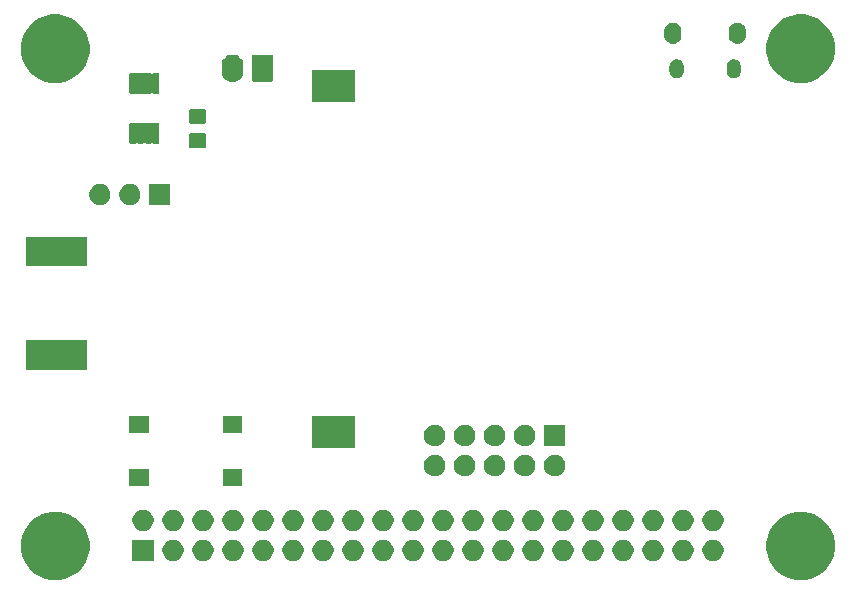
<source format=gbr>
G04 #@! TF.GenerationSoftware,KiCad,Pcbnew,5.1.5*
G04 #@! TF.CreationDate,2020-03-05T23:31:40-08:00*
G04 #@! TF.ProjectId,orangepi-neo-gps,6f72616e-6765-4706-992d-6e656f2d6770,rev?*
G04 #@! TF.SameCoordinates,Original*
G04 #@! TF.FileFunction,Soldermask,Top*
G04 #@! TF.FilePolarity,Negative*
%FSLAX46Y46*%
G04 Gerber Fmt 4.6, Leading zero omitted, Abs format (unit mm)*
G04 Created by KiCad (PCBNEW 5.1.5) date 2020-03-05 23:31:40*
%MOMM*%
%LPD*%
G04 APERTURE LIST*
%ADD10C,0.100000*%
G04 APERTURE END LIST*
D10*
G36*
X91908189Y-67260483D02*
G01*
X92378321Y-67455218D01*
X92436139Y-67479167D01*
X92911280Y-67796646D01*
X93315354Y-68200720D01*
X93632833Y-68675861D01*
X93632834Y-68675863D01*
X93851517Y-69203811D01*
X93963000Y-69764275D01*
X93963000Y-70335725D01*
X93851517Y-70896189D01*
X93851516Y-70896191D01*
X93632833Y-71424139D01*
X93315354Y-71899280D01*
X92911280Y-72303354D01*
X92436139Y-72620833D01*
X92436138Y-72620834D01*
X92436137Y-72620834D01*
X91908189Y-72839517D01*
X91347725Y-72951000D01*
X90776275Y-72951000D01*
X90215811Y-72839517D01*
X89687863Y-72620834D01*
X89687862Y-72620834D01*
X89687861Y-72620833D01*
X89212720Y-72303354D01*
X88808646Y-71899280D01*
X88491167Y-71424139D01*
X88272484Y-70896191D01*
X88272483Y-70896189D01*
X88161000Y-70335725D01*
X88161000Y-69764275D01*
X88272483Y-69203811D01*
X88491166Y-68675863D01*
X88491167Y-68675861D01*
X88808646Y-68200720D01*
X89212720Y-67796646D01*
X89687861Y-67479167D01*
X89745679Y-67455218D01*
X90215811Y-67260483D01*
X90776275Y-67149000D01*
X91347725Y-67149000D01*
X91908189Y-67260483D01*
G37*
G36*
X28796189Y-67260483D02*
G01*
X29266321Y-67455218D01*
X29324139Y-67479167D01*
X29799280Y-67796646D01*
X30203354Y-68200720D01*
X30520833Y-68675861D01*
X30520834Y-68675863D01*
X30739517Y-69203811D01*
X30851000Y-69764275D01*
X30851000Y-70335725D01*
X30739517Y-70896189D01*
X30739516Y-70896191D01*
X30520833Y-71424139D01*
X30203354Y-71899280D01*
X29799280Y-72303354D01*
X29324139Y-72620833D01*
X29324138Y-72620834D01*
X29324137Y-72620834D01*
X28796189Y-72839517D01*
X28235725Y-72951000D01*
X27664275Y-72951000D01*
X27103811Y-72839517D01*
X26575863Y-72620834D01*
X26575862Y-72620834D01*
X26575861Y-72620833D01*
X26100720Y-72303354D01*
X25696646Y-71899280D01*
X25379167Y-71424139D01*
X25160484Y-70896191D01*
X25160483Y-70896189D01*
X25049000Y-70335725D01*
X25049000Y-69764275D01*
X25160483Y-69203811D01*
X25379166Y-68675863D01*
X25379167Y-68675861D01*
X25696646Y-68200720D01*
X26100720Y-67796646D01*
X26575861Y-67479167D01*
X26633679Y-67455218D01*
X27103811Y-67260483D01*
X27664275Y-67149000D01*
X28235725Y-67149000D01*
X28796189Y-67260483D01*
G37*
G36*
X81208512Y-69525927D02*
G01*
X81357812Y-69555624D01*
X81521784Y-69623544D01*
X81669354Y-69722147D01*
X81794853Y-69847646D01*
X81893456Y-69995216D01*
X81961376Y-70159188D01*
X81996000Y-70333259D01*
X81996000Y-70510741D01*
X81961376Y-70684812D01*
X81893456Y-70848784D01*
X81794853Y-70996354D01*
X81669354Y-71121853D01*
X81521784Y-71220456D01*
X81357812Y-71288376D01*
X81208512Y-71318073D01*
X81183742Y-71323000D01*
X81006258Y-71323000D01*
X80981488Y-71318073D01*
X80832188Y-71288376D01*
X80668216Y-71220456D01*
X80520646Y-71121853D01*
X80395147Y-70996354D01*
X80296544Y-70848784D01*
X80228624Y-70684812D01*
X80194000Y-70510741D01*
X80194000Y-70333259D01*
X80228624Y-70159188D01*
X80296544Y-69995216D01*
X80395147Y-69847646D01*
X80520646Y-69722147D01*
X80668216Y-69623544D01*
X80832188Y-69555624D01*
X80981488Y-69525927D01*
X81006258Y-69521000D01*
X81183742Y-69521000D01*
X81208512Y-69525927D01*
G37*
G36*
X63428512Y-69525927D02*
G01*
X63577812Y-69555624D01*
X63741784Y-69623544D01*
X63889354Y-69722147D01*
X64014853Y-69847646D01*
X64113456Y-69995216D01*
X64181376Y-70159188D01*
X64216000Y-70333259D01*
X64216000Y-70510741D01*
X64181376Y-70684812D01*
X64113456Y-70848784D01*
X64014853Y-70996354D01*
X63889354Y-71121853D01*
X63741784Y-71220456D01*
X63577812Y-71288376D01*
X63428512Y-71318073D01*
X63403742Y-71323000D01*
X63226258Y-71323000D01*
X63201488Y-71318073D01*
X63052188Y-71288376D01*
X62888216Y-71220456D01*
X62740646Y-71121853D01*
X62615147Y-70996354D01*
X62516544Y-70848784D01*
X62448624Y-70684812D01*
X62414000Y-70510741D01*
X62414000Y-70333259D01*
X62448624Y-70159188D01*
X62516544Y-69995216D01*
X62615147Y-69847646D01*
X62740646Y-69722147D01*
X62888216Y-69623544D01*
X63052188Y-69555624D01*
X63201488Y-69525927D01*
X63226258Y-69521000D01*
X63403742Y-69521000D01*
X63428512Y-69525927D01*
G37*
G36*
X38028512Y-69525927D02*
G01*
X38177812Y-69555624D01*
X38341784Y-69623544D01*
X38489354Y-69722147D01*
X38614853Y-69847646D01*
X38713456Y-69995216D01*
X38781376Y-70159188D01*
X38816000Y-70333259D01*
X38816000Y-70510741D01*
X38781376Y-70684812D01*
X38713456Y-70848784D01*
X38614853Y-70996354D01*
X38489354Y-71121853D01*
X38341784Y-71220456D01*
X38177812Y-71288376D01*
X38028512Y-71318073D01*
X38003742Y-71323000D01*
X37826258Y-71323000D01*
X37801488Y-71318073D01*
X37652188Y-71288376D01*
X37488216Y-71220456D01*
X37340646Y-71121853D01*
X37215147Y-70996354D01*
X37116544Y-70848784D01*
X37048624Y-70684812D01*
X37014000Y-70510741D01*
X37014000Y-70333259D01*
X37048624Y-70159188D01*
X37116544Y-69995216D01*
X37215147Y-69847646D01*
X37340646Y-69722147D01*
X37488216Y-69623544D01*
X37652188Y-69555624D01*
X37801488Y-69525927D01*
X37826258Y-69521000D01*
X38003742Y-69521000D01*
X38028512Y-69525927D01*
G37*
G36*
X40568512Y-69525927D02*
G01*
X40717812Y-69555624D01*
X40881784Y-69623544D01*
X41029354Y-69722147D01*
X41154853Y-69847646D01*
X41253456Y-69995216D01*
X41321376Y-70159188D01*
X41356000Y-70333259D01*
X41356000Y-70510741D01*
X41321376Y-70684812D01*
X41253456Y-70848784D01*
X41154853Y-70996354D01*
X41029354Y-71121853D01*
X40881784Y-71220456D01*
X40717812Y-71288376D01*
X40568512Y-71318073D01*
X40543742Y-71323000D01*
X40366258Y-71323000D01*
X40341488Y-71318073D01*
X40192188Y-71288376D01*
X40028216Y-71220456D01*
X39880646Y-71121853D01*
X39755147Y-70996354D01*
X39656544Y-70848784D01*
X39588624Y-70684812D01*
X39554000Y-70510741D01*
X39554000Y-70333259D01*
X39588624Y-70159188D01*
X39656544Y-69995216D01*
X39755147Y-69847646D01*
X39880646Y-69722147D01*
X40028216Y-69623544D01*
X40192188Y-69555624D01*
X40341488Y-69525927D01*
X40366258Y-69521000D01*
X40543742Y-69521000D01*
X40568512Y-69525927D01*
G37*
G36*
X43108512Y-69525927D02*
G01*
X43257812Y-69555624D01*
X43421784Y-69623544D01*
X43569354Y-69722147D01*
X43694853Y-69847646D01*
X43793456Y-69995216D01*
X43861376Y-70159188D01*
X43896000Y-70333259D01*
X43896000Y-70510741D01*
X43861376Y-70684812D01*
X43793456Y-70848784D01*
X43694853Y-70996354D01*
X43569354Y-71121853D01*
X43421784Y-71220456D01*
X43257812Y-71288376D01*
X43108512Y-71318073D01*
X43083742Y-71323000D01*
X42906258Y-71323000D01*
X42881488Y-71318073D01*
X42732188Y-71288376D01*
X42568216Y-71220456D01*
X42420646Y-71121853D01*
X42295147Y-70996354D01*
X42196544Y-70848784D01*
X42128624Y-70684812D01*
X42094000Y-70510741D01*
X42094000Y-70333259D01*
X42128624Y-70159188D01*
X42196544Y-69995216D01*
X42295147Y-69847646D01*
X42420646Y-69722147D01*
X42568216Y-69623544D01*
X42732188Y-69555624D01*
X42881488Y-69525927D01*
X42906258Y-69521000D01*
X43083742Y-69521000D01*
X43108512Y-69525927D01*
G37*
G36*
X45648512Y-69525927D02*
G01*
X45797812Y-69555624D01*
X45961784Y-69623544D01*
X46109354Y-69722147D01*
X46234853Y-69847646D01*
X46333456Y-69995216D01*
X46401376Y-70159188D01*
X46436000Y-70333259D01*
X46436000Y-70510741D01*
X46401376Y-70684812D01*
X46333456Y-70848784D01*
X46234853Y-70996354D01*
X46109354Y-71121853D01*
X45961784Y-71220456D01*
X45797812Y-71288376D01*
X45648512Y-71318073D01*
X45623742Y-71323000D01*
X45446258Y-71323000D01*
X45421488Y-71318073D01*
X45272188Y-71288376D01*
X45108216Y-71220456D01*
X44960646Y-71121853D01*
X44835147Y-70996354D01*
X44736544Y-70848784D01*
X44668624Y-70684812D01*
X44634000Y-70510741D01*
X44634000Y-70333259D01*
X44668624Y-70159188D01*
X44736544Y-69995216D01*
X44835147Y-69847646D01*
X44960646Y-69722147D01*
X45108216Y-69623544D01*
X45272188Y-69555624D01*
X45421488Y-69525927D01*
X45446258Y-69521000D01*
X45623742Y-69521000D01*
X45648512Y-69525927D01*
G37*
G36*
X48188512Y-69525927D02*
G01*
X48337812Y-69555624D01*
X48501784Y-69623544D01*
X48649354Y-69722147D01*
X48774853Y-69847646D01*
X48873456Y-69995216D01*
X48941376Y-70159188D01*
X48976000Y-70333259D01*
X48976000Y-70510741D01*
X48941376Y-70684812D01*
X48873456Y-70848784D01*
X48774853Y-70996354D01*
X48649354Y-71121853D01*
X48501784Y-71220456D01*
X48337812Y-71288376D01*
X48188512Y-71318073D01*
X48163742Y-71323000D01*
X47986258Y-71323000D01*
X47961488Y-71318073D01*
X47812188Y-71288376D01*
X47648216Y-71220456D01*
X47500646Y-71121853D01*
X47375147Y-70996354D01*
X47276544Y-70848784D01*
X47208624Y-70684812D01*
X47174000Y-70510741D01*
X47174000Y-70333259D01*
X47208624Y-70159188D01*
X47276544Y-69995216D01*
X47375147Y-69847646D01*
X47500646Y-69722147D01*
X47648216Y-69623544D01*
X47812188Y-69555624D01*
X47961488Y-69525927D01*
X47986258Y-69521000D01*
X48163742Y-69521000D01*
X48188512Y-69525927D01*
G37*
G36*
X50728512Y-69525927D02*
G01*
X50877812Y-69555624D01*
X51041784Y-69623544D01*
X51189354Y-69722147D01*
X51314853Y-69847646D01*
X51413456Y-69995216D01*
X51481376Y-70159188D01*
X51516000Y-70333259D01*
X51516000Y-70510741D01*
X51481376Y-70684812D01*
X51413456Y-70848784D01*
X51314853Y-70996354D01*
X51189354Y-71121853D01*
X51041784Y-71220456D01*
X50877812Y-71288376D01*
X50728512Y-71318073D01*
X50703742Y-71323000D01*
X50526258Y-71323000D01*
X50501488Y-71318073D01*
X50352188Y-71288376D01*
X50188216Y-71220456D01*
X50040646Y-71121853D01*
X49915147Y-70996354D01*
X49816544Y-70848784D01*
X49748624Y-70684812D01*
X49714000Y-70510741D01*
X49714000Y-70333259D01*
X49748624Y-70159188D01*
X49816544Y-69995216D01*
X49915147Y-69847646D01*
X50040646Y-69722147D01*
X50188216Y-69623544D01*
X50352188Y-69555624D01*
X50501488Y-69525927D01*
X50526258Y-69521000D01*
X50703742Y-69521000D01*
X50728512Y-69525927D01*
G37*
G36*
X53268512Y-69525927D02*
G01*
X53417812Y-69555624D01*
X53581784Y-69623544D01*
X53729354Y-69722147D01*
X53854853Y-69847646D01*
X53953456Y-69995216D01*
X54021376Y-70159188D01*
X54056000Y-70333259D01*
X54056000Y-70510741D01*
X54021376Y-70684812D01*
X53953456Y-70848784D01*
X53854853Y-70996354D01*
X53729354Y-71121853D01*
X53581784Y-71220456D01*
X53417812Y-71288376D01*
X53268512Y-71318073D01*
X53243742Y-71323000D01*
X53066258Y-71323000D01*
X53041488Y-71318073D01*
X52892188Y-71288376D01*
X52728216Y-71220456D01*
X52580646Y-71121853D01*
X52455147Y-70996354D01*
X52356544Y-70848784D01*
X52288624Y-70684812D01*
X52254000Y-70510741D01*
X52254000Y-70333259D01*
X52288624Y-70159188D01*
X52356544Y-69995216D01*
X52455147Y-69847646D01*
X52580646Y-69722147D01*
X52728216Y-69623544D01*
X52892188Y-69555624D01*
X53041488Y-69525927D01*
X53066258Y-69521000D01*
X53243742Y-69521000D01*
X53268512Y-69525927D01*
G37*
G36*
X55808512Y-69525927D02*
G01*
X55957812Y-69555624D01*
X56121784Y-69623544D01*
X56269354Y-69722147D01*
X56394853Y-69847646D01*
X56493456Y-69995216D01*
X56561376Y-70159188D01*
X56596000Y-70333259D01*
X56596000Y-70510741D01*
X56561376Y-70684812D01*
X56493456Y-70848784D01*
X56394853Y-70996354D01*
X56269354Y-71121853D01*
X56121784Y-71220456D01*
X55957812Y-71288376D01*
X55808512Y-71318073D01*
X55783742Y-71323000D01*
X55606258Y-71323000D01*
X55581488Y-71318073D01*
X55432188Y-71288376D01*
X55268216Y-71220456D01*
X55120646Y-71121853D01*
X54995147Y-70996354D01*
X54896544Y-70848784D01*
X54828624Y-70684812D01*
X54794000Y-70510741D01*
X54794000Y-70333259D01*
X54828624Y-70159188D01*
X54896544Y-69995216D01*
X54995147Y-69847646D01*
X55120646Y-69722147D01*
X55268216Y-69623544D01*
X55432188Y-69555624D01*
X55581488Y-69525927D01*
X55606258Y-69521000D01*
X55783742Y-69521000D01*
X55808512Y-69525927D01*
G37*
G36*
X58348512Y-69525927D02*
G01*
X58497812Y-69555624D01*
X58661784Y-69623544D01*
X58809354Y-69722147D01*
X58934853Y-69847646D01*
X59033456Y-69995216D01*
X59101376Y-70159188D01*
X59136000Y-70333259D01*
X59136000Y-70510741D01*
X59101376Y-70684812D01*
X59033456Y-70848784D01*
X58934853Y-70996354D01*
X58809354Y-71121853D01*
X58661784Y-71220456D01*
X58497812Y-71288376D01*
X58348512Y-71318073D01*
X58323742Y-71323000D01*
X58146258Y-71323000D01*
X58121488Y-71318073D01*
X57972188Y-71288376D01*
X57808216Y-71220456D01*
X57660646Y-71121853D01*
X57535147Y-70996354D01*
X57436544Y-70848784D01*
X57368624Y-70684812D01*
X57334000Y-70510741D01*
X57334000Y-70333259D01*
X57368624Y-70159188D01*
X57436544Y-69995216D01*
X57535147Y-69847646D01*
X57660646Y-69722147D01*
X57808216Y-69623544D01*
X57972188Y-69555624D01*
X58121488Y-69525927D01*
X58146258Y-69521000D01*
X58323742Y-69521000D01*
X58348512Y-69525927D01*
G37*
G36*
X36276000Y-71323000D02*
G01*
X34474000Y-71323000D01*
X34474000Y-69521000D01*
X36276000Y-69521000D01*
X36276000Y-71323000D01*
G37*
G36*
X65968512Y-69525927D02*
G01*
X66117812Y-69555624D01*
X66281784Y-69623544D01*
X66429354Y-69722147D01*
X66554853Y-69847646D01*
X66653456Y-69995216D01*
X66721376Y-70159188D01*
X66756000Y-70333259D01*
X66756000Y-70510741D01*
X66721376Y-70684812D01*
X66653456Y-70848784D01*
X66554853Y-70996354D01*
X66429354Y-71121853D01*
X66281784Y-71220456D01*
X66117812Y-71288376D01*
X65968512Y-71318073D01*
X65943742Y-71323000D01*
X65766258Y-71323000D01*
X65741488Y-71318073D01*
X65592188Y-71288376D01*
X65428216Y-71220456D01*
X65280646Y-71121853D01*
X65155147Y-70996354D01*
X65056544Y-70848784D01*
X64988624Y-70684812D01*
X64954000Y-70510741D01*
X64954000Y-70333259D01*
X64988624Y-70159188D01*
X65056544Y-69995216D01*
X65155147Y-69847646D01*
X65280646Y-69722147D01*
X65428216Y-69623544D01*
X65592188Y-69555624D01*
X65741488Y-69525927D01*
X65766258Y-69521000D01*
X65943742Y-69521000D01*
X65968512Y-69525927D01*
G37*
G36*
X68508512Y-69525927D02*
G01*
X68657812Y-69555624D01*
X68821784Y-69623544D01*
X68969354Y-69722147D01*
X69094853Y-69847646D01*
X69193456Y-69995216D01*
X69261376Y-70159188D01*
X69296000Y-70333259D01*
X69296000Y-70510741D01*
X69261376Y-70684812D01*
X69193456Y-70848784D01*
X69094853Y-70996354D01*
X68969354Y-71121853D01*
X68821784Y-71220456D01*
X68657812Y-71288376D01*
X68508512Y-71318073D01*
X68483742Y-71323000D01*
X68306258Y-71323000D01*
X68281488Y-71318073D01*
X68132188Y-71288376D01*
X67968216Y-71220456D01*
X67820646Y-71121853D01*
X67695147Y-70996354D01*
X67596544Y-70848784D01*
X67528624Y-70684812D01*
X67494000Y-70510741D01*
X67494000Y-70333259D01*
X67528624Y-70159188D01*
X67596544Y-69995216D01*
X67695147Y-69847646D01*
X67820646Y-69722147D01*
X67968216Y-69623544D01*
X68132188Y-69555624D01*
X68281488Y-69525927D01*
X68306258Y-69521000D01*
X68483742Y-69521000D01*
X68508512Y-69525927D01*
G37*
G36*
X71048512Y-69525927D02*
G01*
X71197812Y-69555624D01*
X71361784Y-69623544D01*
X71509354Y-69722147D01*
X71634853Y-69847646D01*
X71733456Y-69995216D01*
X71801376Y-70159188D01*
X71836000Y-70333259D01*
X71836000Y-70510741D01*
X71801376Y-70684812D01*
X71733456Y-70848784D01*
X71634853Y-70996354D01*
X71509354Y-71121853D01*
X71361784Y-71220456D01*
X71197812Y-71288376D01*
X71048512Y-71318073D01*
X71023742Y-71323000D01*
X70846258Y-71323000D01*
X70821488Y-71318073D01*
X70672188Y-71288376D01*
X70508216Y-71220456D01*
X70360646Y-71121853D01*
X70235147Y-70996354D01*
X70136544Y-70848784D01*
X70068624Y-70684812D01*
X70034000Y-70510741D01*
X70034000Y-70333259D01*
X70068624Y-70159188D01*
X70136544Y-69995216D01*
X70235147Y-69847646D01*
X70360646Y-69722147D01*
X70508216Y-69623544D01*
X70672188Y-69555624D01*
X70821488Y-69525927D01*
X70846258Y-69521000D01*
X71023742Y-69521000D01*
X71048512Y-69525927D01*
G37*
G36*
X73588512Y-69525927D02*
G01*
X73737812Y-69555624D01*
X73901784Y-69623544D01*
X74049354Y-69722147D01*
X74174853Y-69847646D01*
X74273456Y-69995216D01*
X74341376Y-70159188D01*
X74376000Y-70333259D01*
X74376000Y-70510741D01*
X74341376Y-70684812D01*
X74273456Y-70848784D01*
X74174853Y-70996354D01*
X74049354Y-71121853D01*
X73901784Y-71220456D01*
X73737812Y-71288376D01*
X73588512Y-71318073D01*
X73563742Y-71323000D01*
X73386258Y-71323000D01*
X73361488Y-71318073D01*
X73212188Y-71288376D01*
X73048216Y-71220456D01*
X72900646Y-71121853D01*
X72775147Y-70996354D01*
X72676544Y-70848784D01*
X72608624Y-70684812D01*
X72574000Y-70510741D01*
X72574000Y-70333259D01*
X72608624Y-70159188D01*
X72676544Y-69995216D01*
X72775147Y-69847646D01*
X72900646Y-69722147D01*
X73048216Y-69623544D01*
X73212188Y-69555624D01*
X73361488Y-69525927D01*
X73386258Y-69521000D01*
X73563742Y-69521000D01*
X73588512Y-69525927D01*
G37*
G36*
X76128512Y-69525927D02*
G01*
X76277812Y-69555624D01*
X76441784Y-69623544D01*
X76589354Y-69722147D01*
X76714853Y-69847646D01*
X76813456Y-69995216D01*
X76881376Y-70159188D01*
X76916000Y-70333259D01*
X76916000Y-70510741D01*
X76881376Y-70684812D01*
X76813456Y-70848784D01*
X76714853Y-70996354D01*
X76589354Y-71121853D01*
X76441784Y-71220456D01*
X76277812Y-71288376D01*
X76128512Y-71318073D01*
X76103742Y-71323000D01*
X75926258Y-71323000D01*
X75901488Y-71318073D01*
X75752188Y-71288376D01*
X75588216Y-71220456D01*
X75440646Y-71121853D01*
X75315147Y-70996354D01*
X75216544Y-70848784D01*
X75148624Y-70684812D01*
X75114000Y-70510741D01*
X75114000Y-70333259D01*
X75148624Y-70159188D01*
X75216544Y-69995216D01*
X75315147Y-69847646D01*
X75440646Y-69722147D01*
X75588216Y-69623544D01*
X75752188Y-69555624D01*
X75901488Y-69525927D01*
X75926258Y-69521000D01*
X76103742Y-69521000D01*
X76128512Y-69525927D01*
G37*
G36*
X83748512Y-69525927D02*
G01*
X83897812Y-69555624D01*
X84061784Y-69623544D01*
X84209354Y-69722147D01*
X84334853Y-69847646D01*
X84433456Y-69995216D01*
X84501376Y-70159188D01*
X84536000Y-70333259D01*
X84536000Y-70510741D01*
X84501376Y-70684812D01*
X84433456Y-70848784D01*
X84334853Y-70996354D01*
X84209354Y-71121853D01*
X84061784Y-71220456D01*
X83897812Y-71288376D01*
X83748512Y-71318073D01*
X83723742Y-71323000D01*
X83546258Y-71323000D01*
X83521488Y-71318073D01*
X83372188Y-71288376D01*
X83208216Y-71220456D01*
X83060646Y-71121853D01*
X82935147Y-70996354D01*
X82836544Y-70848784D01*
X82768624Y-70684812D01*
X82734000Y-70510741D01*
X82734000Y-70333259D01*
X82768624Y-70159188D01*
X82836544Y-69995216D01*
X82935147Y-69847646D01*
X83060646Y-69722147D01*
X83208216Y-69623544D01*
X83372188Y-69555624D01*
X83521488Y-69525927D01*
X83546258Y-69521000D01*
X83723742Y-69521000D01*
X83748512Y-69525927D01*
G37*
G36*
X78668512Y-69525927D02*
G01*
X78817812Y-69555624D01*
X78981784Y-69623544D01*
X79129354Y-69722147D01*
X79254853Y-69847646D01*
X79353456Y-69995216D01*
X79421376Y-70159188D01*
X79456000Y-70333259D01*
X79456000Y-70510741D01*
X79421376Y-70684812D01*
X79353456Y-70848784D01*
X79254853Y-70996354D01*
X79129354Y-71121853D01*
X78981784Y-71220456D01*
X78817812Y-71288376D01*
X78668512Y-71318073D01*
X78643742Y-71323000D01*
X78466258Y-71323000D01*
X78441488Y-71318073D01*
X78292188Y-71288376D01*
X78128216Y-71220456D01*
X77980646Y-71121853D01*
X77855147Y-70996354D01*
X77756544Y-70848784D01*
X77688624Y-70684812D01*
X77654000Y-70510741D01*
X77654000Y-70333259D01*
X77688624Y-70159188D01*
X77756544Y-69995216D01*
X77855147Y-69847646D01*
X77980646Y-69722147D01*
X78128216Y-69623544D01*
X78292188Y-69555624D01*
X78441488Y-69525927D01*
X78466258Y-69521000D01*
X78643742Y-69521000D01*
X78668512Y-69525927D01*
G37*
G36*
X60888512Y-69525927D02*
G01*
X61037812Y-69555624D01*
X61201784Y-69623544D01*
X61349354Y-69722147D01*
X61474853Y-69847646D01*
X61573456Y-69995216D01*
X61641376Y-70159188D01*
X61676000Y-70333259D01*
X61676000Y-70510741D01*
X61641376Y-70684812D01*
X61573456Y-70848784D01*
X61474853Y-70996354D01*
X61349354Y-71121853D01*
X61201784Y-71220456D01*
X61037812Y-71288376D01*
X60888512Y-71318073D01*
X60863742Y-71323000D01*
X60686258Y-71323000D01*
X60661488Y-71318073D01*
X60512188Y-71288376D01*
X60348216Y-71220456D01*
X60200646Y-71121853D01*
X60075147Y-70996354D01*
X59976544Y-70848784D01*
X59908624Y-70684812D01*
X59874000Y-70510741D01*
X59874000Y-70333259D01*
X59908624Y-70159188D01*
X59976544Y-69995216D01*
X60075147Y-69847646D01*
X60200646Y-69722147D01*
X60348216Y-69623544D01*
X60512188Y-69555624D01*
X60661488Y-69525927D01*
X60686258Y-69521000D01*
X60863742Y-69521000D01*
X60888512Y-69525927D01*
G37*
G36*
X38028512Y-66985927D02*
G01*
X38177812Y-67015624D01*
X38341784Y-67083544D01*
X38489354Y-67182147D01*
X38614853Y-67307646D01*
X38713456Y-67455216D01*
X38781376Y-67619188D01*
X38816000Y-67793259D01*
X38816000Y-67970741D01*
X38781376Y-68144812D01*
X38713456Y-68308784D01*
X38614853Y-68456354D01*
X38489354Y-68581853D01*
X38341784Y-68680456D01*
X38177812Y-68748376D01*
X38028512Y-68778073D01*
X38003742Y-68783000D01*
X37826258Y-68783000D01*
X37801488Y-68778073D01*
X37652188Y-68748376D01*
X37488216Y-68680456D01*
X37340646Y-68581853D01*
X37215147Y-68456354D01*
X37116544Y-68308784D01*
X37048624Y-68144812D01*
X37014000Y-67970741D01*
X37014000Y-67793259D01*
X37048624Y-67619188D01*
X37116544Y-67455216D01*
X37215147Y-67307646D01*
X37340646Y-67182147D01*
X37488216Y-67083544D01*
X37652188Y-67015624D01*
X37801488Y-66985927D01*
X37826258Y-66981000D01*
X38003742Y-66981000D01*
X38028512Y-66985927D01*
G37*
G36*
X68508512Y-66985927D02*
G01*
X68657812Y-67015624D01*
X68821784Y-67083544D01*
X68969354Y-67182147D01*
X69094853Y-67307646D01*
X69193456Y-67455216D01*
X69261376Y-67619188D01*
X69296000Y-67793259D01*
X69296000Y-67970741D01*
X69261376Y-68144812D01*
X69193456Y-68308784D01*
X69094853Y-68456354D01*
X68969354Y-68581853D01*
X68821784Y-68680456D01*
X68657812Y-68748376D01*
X68508512Y-68778073D01*
X68483742Y-68783000D01*
X68306258Y-68783000D01*
X68281488Y-68778073D01*
X68132188Y-68748376D01*
X67968216Y-68680456D01*
X67820646Y-68581853D01*
X67695147Y-68456354D01*
X67596544Y-68308784D01*
X67528624Y-68144812D01*
X67494000Y-67970741D01*
X67494000Y-67793259D01*
X67528624Y-67619188D01*
X67596544Y-67455216D01*
X67695147Y-67307646D01*
X67820646Y-67182147D01*
X67968216Y-67083544D01*
X68132188Y-67015624D01*
X68281488Y-66985927D01*
X68306258Y-66981000D01*
X68483742Y-66981000D01*
X68508512Y-66985927D01*
G37*
G36*
X78668512Y-66985927D02*
G01*
X78817812Y-67015624D01*
X78981784Y-67083544D01*
X79129354Y-67182147D01*
X79254853Y-67307646D01*
X79353456Y-67455216D01*
X79421376Y-67619188D01*
X79456000Y-67793259D01*
X79456000Y-67970741D01*
X79421376Y-68144812D01*
X79353456Y-68308784D01*
X79254853Y-68456354D01*
X79129354Y-68581853D01*
X78981784Y-68680456D01*
X78817812Y-68748376D01*
X78668512Y-68778073D01*
X78643742Y-68783000D01*
X78466258Y-68783000D01*
X78441488Y-68778073D01*
X78292188Y-68748376D01*
X78128216Y-68680456D01*
X77980646Y-68581853D01*
X77855147Y-68456354D01*
X77756544Y-68308784D01*
X77688624Y-68144812D01*
X77654000Y-67970741D01*
X77654000Y-67793259D01*
X77688624Y-67619188D01*
X77756544Y-67455216D01*
X77855147Y-67307646D01*
X77980646Y-67182147D01*
X78128216Y-67083544D01*
X78292188Y-67015624D01*
X78441488Y-66985927D01*
X78466258Y-66981000D01*
X78643742Y-66981000D01*
X78668512Y-66985927D01*
G37*
G36*
X76128512Y-66985927D02*
G01*
X76277812Y-67015624D01*
X76441784Y-67083544D01*
X76589354Y-67182147D01*
X76714853Y-67307646D01*
X76813456Y-67455216D01*
X76881376Y-67619188D01*
X76916000Y-67793259D01*
X76916000Y-67970741D01*
X76881376Y-68144812D01*
X76813456Y-68308784D01*
X76714853Y-68456354D01*
X76589354Y-68581853D01*
X76441784Y-68680456D01*
X76277812Y-68748376D01*
X76128512Y-68778073D01*
X76103742Y-68783000D01*
X75926258Y-68783000D01*
X75901488Y-68778073D01*
X75752188Y-68748376D01*
X75588216Y-68680456D01*
X75440646Y-68581853D01*
X75315147Y-68456354D01*
X75216544Y-68308784D01*
X75148624Y-68144812D01*
X75114000Y-67970741D01*
X75114000Y-67793259D01*
X75148624Y-67619188D01*
X75216544Y-67455216D01*
X75315147Y-67307646D01*
X75440646Y-67182147D01*
X75588216Y-67083544D01*
X75752188Y-67015624D01*
X75901488Y-66985927D01*
X75926258Y-66981000D01*
X76103742Y-66981000D01*
X76128512Y-66985927D01*
G37*
G36*
X35488512Y-66985927D02*
G01*
X35637812Y-67015624D01*
X35801784Y-67083544D01*
X35949354Y-67182147D01*
X36074853Y-67307646D01*
X36173456Y-67455216D01*
X36241376Y-67619188D01*
X36276000Y-67793259D01*
X36276000Y-67970741D01*
X36241376Y-68144812D01*
X36173456Y-68308784D01*
X36074853Y-68456354D01*
X35949354Y-68581853D01*
X35801784Y-68680456D01*
X35637812Y-68748376D01*
X35488512Y-68778073D01*
X35463742Y-68783000D01*
X35286258Y-68783000D01*
X35261488Y-68778073D01*
X35112188Y-68748376D01*
X34948216Y-68680456D01*
X34800646Y-68581853D01*
X34675147Y-68456354D01*
X34576544Y-68308784D01*
X34508624Y-68144812D01*
X34474000Y-67970741D01*
X34474000Y-67793259D01*
X34508624Y-67619188D01*
X34576544Y-67455216D01*
X34675147Y-67307646D01*
X34800646Y-67182147D01*
X34948216Y-67083544D01*
X35112188Y-67015624D01*
X35261488Y-66985927D01*
X35286258Y-66981000D01*
X35463742Y-66981000D01*
X35488512Y-66985927D01*
G37*
G36*
X83748512Y-66985927D02*
G01*
X83897812Y-67015624D01*
X84061784Y-67083544D01*
X84209354Y-67182147D01*
X84334853Y-67307646D01*
X84433456Y-67455216D01*
X84501376Y-67619188D01*
X84536000Y-67793259D01*
X84536000Y-67970741D01*
X84501376Y-68144812D01*
X84433456Y-68308784D01*
X84334853Y-68456354D01*
X84209354Y-68581853D01*
X84061784Y-68680456D01*
X83897812Y-68748376D01*
X83748512Y-68778073D01*
X83723742Y-68783000D01*
X83546258Y-68783000D01*
X83521488Y-68778073D01*
X83372188Y-68748376D01*
X83208216Y-68680456D01*
X83060646Y-68581853D01*
X82935147Y-68456354D01*
X82836544Y-68308784D01*
X82768624Y-68144812D01*
X82734000Y-67970741D01*
X82734000Y-67793259D01*
X82768624Y-67619188D01*
X82836544Y-67455216D01*
X82935147Y-67307646D01*
X83060646Y-67182147D01*
X83208216Y-67083544D01*
X83372188Y-67015624D01*
X83521488Y-66985927D01*
X83546258Y-66981000D01*
X83723742Y-66981000D01*
X83748512Y-66985927D01*
G37*
G36*
X81208512Y-66985927D02*
G01*
X81357812Y-67015624D01*
X81521784Y-67083544D01*
X81669354Y-67182147D01*
X81794853Y-67307646D01*
X81893456Y-67455216D01*
X81961376Y-67619188D01*
X81996000Y-67793259D01*
X81996000Y-67970741D01*
X81961376Y-68144812D01*
X81893456Y-68308784D01*
X81794853Y-68456354D01*
X81669354Y-68581853D01*
X81521784Y-68680456D01*
X81357812Y-68748376D01*
X81208512Y-68778073D01*
X81183742Y-68783000D01*
X81006258Y-68783000D01*
X80981488Y-68778073D01*
X80832188Y-68748376D01*
X80668216Y-68680456D01*
X80520646Y-68581853D01*
X80395147Y-68456354D01*
X80296544Y-68308784D01*
X80228624Y-68144812D01*
X80194000Y-67970741D01*
X80194000Y-67793259D01*
X80228624Y-67619188D01*
X80296544Y-67455216D01*
X80395147Y-67307646D01*
X80520646Y-67182147D01*
X80668216Y-67083544D01*
X80832188Y-67015624D01*
X80981488Y-66985927D01*
X81006258Y-66981000D01*
X81183742Y-66981000D01*
X81208512Y-66985927D01*
G37*
G36*
X73588512Y-66985927D02*
G01*
X73737812Y-67015624D01*
X73901784Y-67083544D01*
X74049354Y-67182147D01*
X74174853Y-67307646D01*
X74273456Y-67455216D01*
X74341376Y-67619188D01*
X74376000Y-67793259D01*
X74376000Y-67970741D01*
X74341376Y-68144812D01*
X74273456Y-68308784D01*
X74174853Y-68456354D01*
X74049354Y-68581853D01*
X73901784Y-68680456D01*
X73737812Y-68748376D01*
X73588512Y-68778073D01*
X73563742Y-68783000D01*
X73386258Y-68783000D01*
X73361488Y-68778073D01*
X73212188Y-68748376D01*
X73048216Y-68680456D01*
X72900646Y-68581853D01*
X72775147Y-68456354D01*
X72676544Y-68308784D01*
X72608624Y-68144812D01*
X72574000Y-67970741D01*
X72574000Y-67793259D01*
X72608624Y-67619188D01*
X72676544Y-67455216D01*
X72775147Y-67307646D01*
X72900646Y-67182147D01*
X73048216Y-67083544D01*
X73212188Y-67015624D01*
X73361488Y-66985927D01*
X73386258Y-66981000D01*
X73563742Y-66981000D01*
X73588512Y-66985927D01*
G37*
G36*
X71048512Y-66985927D02*
G01*
X71197812Y-67015624D01*
X71361784Y-67083544D01*
X71509354Y-67182147D01*
X71634853Y-67307646D01*
X71733456Y-67455216D01*
X71801376Y-67619188D01*
X71836000Y-67793259D01*
X71836000Y-67970741D01*
X71801376Y-68144812D01*
X71733456Y-68308784D01*
X71634853Y-68456354D01*
X71509354Y-68581853D01*
X71361784Y-68680456D01*
X71197812Y-68748376D01*
X71048512Y-68778073D01*
X71023742Y-68783000D01*
X70846258Y-68783000D01*
X70821488Y-68778073D01*
X70672188Y-68748376D01*
X70508216Y-68680456D01*
X70360646Y-68581853D01*
X70235147Y-68456354D01*
X70136544Y-68308784D01*
X70068624Y-68144812D01*
X70034000Y-67970741D01*
X70034000Y-67793259D01*
X70068624Y-67619188D01*
X70136544Y-67455216D01*
X70235147Y-67307646D01*
X70360646Y-67182147D01*
X70508216Y-67083544D01*
X70672188Y-67015624D01*
X70821488Y-66985927D01*
X70846258Y-66981000D01*
X71023742Y-66981000D01*
X71048512Y-66985927D01*
G37*
G36*
X55808512Y-66985927D02*
G01*
X55957812Y-67015624D01*
X56121784Y-67083544D01*
X56269354Y-67182147D01*
X56394853Y-67307646D01*
X56493456Y-67455216D01*
X56561376Y-67619188D01*
X56596000Y-67793259D01*
X56596000Y-67970741D01*
X56561376Y-68144812D01*
X56493456Y-68308784D01*
X56394853Y-68456354D01*
X56269354Y-68581853D01*
X56121784Y-68680456D01*
X55957812Y-68748376D01*
X55808512Y-68778073D01*
X55783742Y-68783000D01*
X55606258Y-68783000D01*
X55581488Y-68778073D01*
X55432188Y-68748376D01*
X55268216Y-68680456D01*
X55120646Y-68581853D01*
X54995147Y-68456354D01*
X54896544Y-68308784D01*
X54828624Y-68144812D01*
X54794000Y-67970741D01*
X54794000Y-67793259D01*
X54828624Y-67619188D01*
X54896544Y-67455216D01*
X54995147Y-67307646D01*
X55120646Y-67182147D01*
X55268216Y-67083544D01*
X55432188Y-67015624D01*
X55581488Y-66985927D01*
X55606258Y-66981000D01*
X55783742Y-66981000D01*
X55808512Y-66985927D01*
G37*
G36*
X65968512Y-66985927D02*
G01*
X66117812Y-67015624D01*
X66281784Y-67083544D01*
X66429354Y-67182147D01*
X66554853Y-67307646D01*
X66653456Y-67455216D01*
X66721376Y-67619188D01*
X66756000Y-67793259D01*
X66756000Y-67970741D01*
X66721376Y-68144812D01*
X66653456Y-68308784D01*
X66554853Y-68456354D01*
X66429354Y-68581853D01*
X66281784Y-68680456D01*
X66117812Y-68748376D01*
X65968512Y-68778073D01*
X65943742Y-68783000D01*
X65766258Y-68783000D01*
X65741488Y-68778073D01*
X65592188Y-68748376D01*
X65428216Y-68680456D01*
X65280646Y-68581853D01*
X65155147Y-68456354D01*
X65056544Y-68308784D01*
X64988624Y-68144812D01*
X64954000Y-67970741D01*
X64954000Y-67793259D01*
X64988624Y-67619188D01*
X65056544Y-67455216D01*
X65155147Y-67307646D01*
X65280646Y-67182147D01*
X65428216Y-67083544D01*
X65592188Y-67015624D01*
X65741488Y-66985927D01*
X65766258Y-66981000D01*
X65943742Y-66981000D01*
X65968512Y-66985927D01*
G37*
G36*
X40568512Y-66985927D02*
G01*
X40717812Y-67015624D01*
X40881784Y-67083544D01*
X41029354Y-67182147D01*
X41154853Y-67307646D01*
X41253456Y-67455216D01*
X41321376Y-67619188D01*
X41356000Y-67793259D01*
X41356000Y-67970741D01*
X41321376Y-68144812D01*
X41253456Y-68308784D01*
X41154853Y-68456354D01*
X41029354Y-68581853D01*
X40881784Y-68680456D01*
X40717812Y-68748376D01*
X40568512Y-68778073D01*
X40543742Y-68783000D01*
X40366258Y-68783000D01*
X40341488Y-68778073D01*
X40192188Y-68748376D01*
X40028216Y-68680456D01*
X39880646Y-68581853D01*
X39755147Y-68456354D01*
X39656544Y-68308784D01*
X39588624Y-68144812D01*
X39554000Y-67970741D01*
X39554000Y-67793259D01*
X39588624Y-67619188D01*
X39656544Y-67455216D01*
X39755147Y-67307646D01*
X39880646Y-67182147D01*
X40028216Y-67083544D01*
X40192188Y-67015624D01*
X40341488Y-66985927D01*
X40366258Y-66981000D01*
X40543742Y-66981000D01*
X40568512Y-66985927D01*
G37*
G36*
X53268512Y-66985927D02*
G01*
X53417812Y-67015624D01*
X53581784Y-67083544D01*
X53729354Y-67182147D01*
X53854853Y-67307646D01*
X53953456Y-67455216D01*
X54021376Y-67619188D01*
X54056000Y-67793259D01*
X54056000Y-67970741D01*
X54021376Y-68144812D01*
X53953456Y-68308784D01*
X53854853Y-68456354D01*
X53729354Y-68581853D01*
X53581784Y-68680456D01*
X53417812Y-68748376D01*
X53268512Y-68778073D01*
X53243742Y-68783000D01*
X53066258Y-68783000D01*
X53041488Y-68778073D01*
X52892188Y-68748376D01*
X52728216Y-68680456D01*
X52580646Y-68581853D01*
X52455147Y-68456354D01*
X52356544Y-68308784D01*
X52288624Y-68144812D01*
X52254000Y-67970741D01*
X52254000Y-67793259D01*
X52288624Y-67619188D01*
X52356544Y-67455216D01*
X52455147Y-67307646D01*
X52580646Y-67182147D01*
X52728216Y-67083544D01*
X52892188Y-67015624D01*
X53041488Y-66985927D01*
X53066258Y-66981000D01*
X53243742Y-66981000D01*
X53268512Y-66985927D01*
G37*
G36*
X50728512Y-66985927D02*
G01*
X50877812Y-67015624D01*
X51041784Y-67083544D01*
X51189354Y-67182147D01*
X51314853Y-67307646D01*
X51413456Y-67455216D01*
X51481376Y-67619188D01*
X51516000Y-67793259D01*
X51516000Y-67970741D01*
X51481376Y-68144812D01*
X51413456Y-68308784D01*
X51314853Y-68456354D01*
X51189354Y-68581853D01*
X51041784Y-68680456D01*
X50877812Y-68748376D01*
X50728512Y-68778073D01*
X50703742Y-68783000D01*
X50526258Y-68783000D01*
X50501488Y-68778073D01*
X50352188Y-68748376D01*
X50188216Y-68680456D01*
X50040646Y-68581853D01*
X49915147Y-68456354D01*
X49816544Y-68308784D01*
X49748624Y-68144812D01*
X49714000Y-67970741D01*
X49714000Y-67793259D01*
X49748624Y-67619188D01*
X49816544Y-67455216D01*
X49915147Y-67307646D01*
X50040646Y-67182147D01*
X50188216Y-67083544D01*
X50352188Y-67015624D01*
X50501488Y-66985927D01*
X50526258Y-66981000D01*
X50703742Y-66981000D01*
X50728512Y-66985927D01*
G37*
G36*
X48188512Y-66985927D02*
G01*
X48337812Y-67015624D01*
X48501784Y-67083544D01*
X48649354Y-67182147D01*
X48774853Y-67307646D01*
X48873456Y-67455216D01*
X48941376Y-67619188D01*
X48976000Y-67793259D01*
X48976000Y-67970741D01*
X48941376Y-68144812D01*
X48873456Y-68308784D01*
X48774853Y-68456354D01*
X48649354Y-68581853D01*
X48501784Y-68680456D01*
X48337812Y-68748376D01*
X48188512Y-68778073D01*
X48163742Y-68783000D01*
X47986258Y-68783000D01*
X47961488Y-68778073D01*
X47812188Y-68748376D01*
X47648216Y-68680456D01*
X47500646Y-68581853D01*
X47375147Y-68456354D01*
X47276544Y-68308784D01*
X47208624Y-68144812D01*
X47174000Y-67970741D01*
X47174000Y-67793259D01*
X47208624Y-67619188D01*
X47276544Y-67455216D01*
X47375147Y-67307646D01*
X47500646Y-67182147D01*
X47648216Y-67083544D01*
X47812188Y-67015624D01*
X47961488Y-66985927D01*
X47986258Y-66981000D01*
X48163742Y-66981000D01*
X48188512Y-66985927D01*
G37*
G36*
X58348512Y-66985927D02*
G01*
X58497812Y-67015624D01*
X58661784Y-67083544D01*
X58809354Y-67182147D01*
X58934853Y-67307646D01*
X59033456Y-67455216D01*
X59101376Y-67619188D01*
X59136000Y-67793259D01*
X59136000Y-67970741D01*
X59101376Y-68144812D01*
X59033456Y-68308784D01*
X58934853Y-68456354D01*
X58809354Y-68581853D01*
X58661784Y-68680456D01*
X58497812Y-68748376D01*
X58348512Y-68778073D01*
X58323742Y-68783000D01*
X58146258Y-68783000D01*
X58121488Y-68778073D01*
X57972188Y-68748376D01*
X57808216Y-68680456D01*
X57660646Y-68581853D01*
X57535147Y-68456354D01*
X57436544Y-68308784D01*
X57368624Y-68144812D01*
X57334000Y-67970741D01*
X57334000Y-67793259D01*
X57368624Y-67619188D01*
X57436544Y-67455216D01*
X57535147Y-67307646D01*
X57660646Y-67182147D01*
X57808216Y-67083544D01*
X57972188Y-67015624D01*
X58121488Y-66985927D01*
X58146258Y-66981000D01*
X58323742Y-66981000D01*
X58348512Y-66985927D01*
G37*
G36*
X45648512Y-66985927D02*
G01*
X45797812Y-67015624D01*
X45961784Y-67083544D01*
X46109354Y-67182147D01*
X46234853Y-67307646D01*
X46333456Y-67455216D01*
X46401376Y-67619188D01*
X46436000Y-67793259D01*
X46436000Y-67970741D01*
X46401376Y-68144812D01*
X46333456Y-68308784D01*
X46234853Y-68456354D01*
X46109354Y-68581853D01*
X45961784Y-68680456D01*
X45797812Y-68748376D01*
X45648512Y-68778073D01*
X45623742Y-68783000D01*
X45446258Y-68783000D01*
X45421488Y-68778073D01*
X45272188Y-68748376D01*
X45108216Y-68680456D01*
X44960646Y-68581853D01*
X44835147Y-68456354D01*
X44736544Y-68308784D01*
X44668624Y-68144812D01*
X44634000Y-67970741D01*
X44634000Y-67793259D01*
X44668624Y-67619188D01*
X44736544Y-67455216D01*
X44835147Y-67307646D01*
X44960646Y-67182147D01*
X45108216Y-67083544D01*
X45272188Y-67015624D01*
X45421488Y-66985927D01*
X45446258Y-66981000D01*
X45623742Y-66981000D01*
X45648512Y-66985927D01*
G37*
G36*
X60888512Y-66985927D02*
G01*
X61037812Y-67015624D01*
X61201784Y-67083544D01*
X61349354Y-67182147D01*
X61474853Y-67307646D01*
X61573456Y-67455216D01*
X61641376Y-67619188D01*
X61676000Y-67793259D01*
X61676000Y-67970741D01*
X61641376Y-68144812D01*
X61573456Y-68308784D01*
X61474853Y-68456354D01*
X61349354Y-68581853D01*
X61201784Y-68680456D01*
X61037812Y-68748376D01*
X60888512Y-68778073D01*
X60863742Y-68783000D01*
X60686258Y-68783000D01*
X60661488Y-68778073D01*
X60512188Y-68748376D01*
X60348216Y-68680456D01*
X60200646Y-68581853D01*
X60075147Y-68456354D01*
X59976544Y-68308784D01*
X59908624Y-68144812D01*
X59874000Y-67970741D01*
X59874000Y-67793259D01*
X59908624Y-67619188D01*
X59976544Y-67455216D01*
X60075147Y-67307646D01*
X60200646Y-67182147D01*
X60348216Y-67083544D01*
X60512188Y-67015624D01*
X60661488Y-66985927D01*
X60686258Y-66981000D01*
X60863742Y-66981000D01*
X60888512Y-66985927D01*
G37*
G36*
X43108512Y-66985927D02*
G01*
X43257812Y-67015624D01*
X43421784Y-67083544D01*
X43569354Y-67182147D01*
X43694853Y-67307646D01*
X43793456Y-67455216D01*
X43861376Y-67619188D01*
X43896000Y-67793259D01*
X43896000Y-67970741D01*
X43861376Y-68144812D01*
X43793456Y-68308784D01*
X43694853Y-68456354D01*
X43569354Y-68581853D01*
X43421784Y-68680456D01*
X43257812Y-68748376D01*
X43108512Y-68778073D01*
X43083742Y-68783000D01*
X42906258Y-68783000D01*
X42881488Y-68778073D01*
X42732188Y-68748376D01*
X42568216Y-68680456D01*
X42420646Y-68581853D01*
X42295147Y-68456354D01*
X42196544Y-68308784D01*
X42128624Y-68144812D01*
X42094000Y-67970741D01*
X42094000Y-67793259D01*
X42128624Y-67619188D01*
X42196544Y-67455216D01*
X42295147Y-67307646D01*
X42420646Y-67182147D01*
X42568216Y-67083544D01*
X42732188Y-67015624D01*
X42881488Y-66985927D01*
X42906258Y-66981000D01*
X43083742Y-66981000D01*
X43108512Y-66985927D01*
G37*
G36*
X63428512Y-66985927D02*
G01*
X63577812Y-67015624D01*
X63741784Y-67083544D01*
X63889354Y-67182147D01*
X64014853Y-67307646D01*
X64113456Y-67455216D01*
X64181376Y-67619188D01*
X64216000Y-67793259D01*
X64216000Y-67970741D01*
X64181376Y-68144812D01*
X64113456Y-68308784D01*
X64014853Y-68456354D01*
X63889354Y-68581853D01*
X63741784Y-68680456D01*
X63577812Y-68748376D01*
X63428512Y-68778073D01*
X63403742Y-68783000D01*
X63226258Y-68783000D01*
X63201488Y-68778073D01*
X63052188Y-68748376D01*
X62888216Y-68680456D01*
X62740646Y-68581853D01*
X62615147Y-68456354D01*
X62516544Y-68308784D01*
X62448624Y-68144812D01*
X62414000Y-67970741D01*
X62414000Y-67793259D01*
X62448624Y-67619188D01*
X62516544Y-67455216D01*
X62615147Y-67307646D01*
X62740646Y-67182147D01*
X62888216Y-67083544D01*
X63052188Y-67015624D01*
X63201488Y-66985927D01*
X63226258Y-66981000D01*
X63403742Y-66981000D01*
X63428512Y-66985927D01*
G37*
G36*
X43801000Y-64951000D02*
G01*
X42149000Y-64951000D01*
X42149000Y-63549000D01*
X43801000Y-63549000D01*
X43801000Y-64951000D01*
G37*
G36*
X35851000Y-64951000D02*
G01*
X34199000Y-64951000D01*
X34199000Y-63549000D01*
X35851000Y-63549000D01*
X35851000Y-64951000D01*
G37*
G36*
X60193512Y-62343927D02*
G01*
X60342812Y-62373624D01*
X60506784Y-62441544D01*
X60654354Y-62540147D01*
X60779853Y-62665646D01*
X60878456Y-62813216D01*
X60946376Y-62977188D01*
X60981000Y-63151259D01*
X60981000Y-63328741D01*
X60946376Y-63502812D01*
X60878456Y-63666784D01*
X60779853Y-63814354D01*
X60654354Y-63939853D01*
X60506784Y-64038456D01*
X60342812Y-64106376D01*
X60193512Y-64136073D01*
X60168742Y-64141000D01*
X59991258Y-64141000D01*
X59966488Y-64136073D01*
X59817188Y-64106376D01*
X59653216Y-64038456D01*
X59505646Y-63939853D01*
X59380147Y-63814354D01*
X59281544Y-63666784D01*
X59213624Y-63502812D01*
X59179000Y-63328741D01*
X59179000Y-63151259D01*
X59213624Y-62977188D01*
X59281544Y-62813216D01*
X59380147Y-62665646D01*
X59505646Y-62540147D01*
X59653216Y-62441544D01*
X59817188Y-62373624D01*
X59966488Y-62343927D01*
X59991258Y-62339000D01*
X60168742Y-62339000D01*
X60193512Y-62343927D01*
G37*
G36*
X62733512Y-62343927D02*
G01*
X62882812Y-62373624D01*
X63046784Y-62441544D01*
X63194354Y-62540147D01*
X63319853Y-62665646D01*
X63418456Y-62813216D01*
X63486376Y-62977188D01*
X63521000Y-63151259D01*
X63521000Y-63328741D01*
X63486376Y-63502812D01*
X63418456Y-63666784D01*
X63319853Y-63814354D01*
X63194354Y-63939853D01*
X63046784Y-64038456D01*
X62882812Y-64106376D01*
X62733512Y-64136073D01*
X62708742Y-64141000D01*
X62531258Y-64141000D01*
X62506488Y-64136073D01*
X62357188Y-64106376D01*
X62193216Y-64038456D01*
X62045646Y-63939853D01*
X61920147Y-63814354D01*
X61821544Y-63666784D01*
X61753624Y-63502812D01*
X61719000Y-63328741D01*
X61719000Y-63151259D01*
X61753624Y-62977188D01*
X61821544Y-62813216D01*
X61920147Y-62665646D01*
X62045646Y-62540147D01*
X62193216Y-62441544D01*
X62357188Y-62373624D01*
X62506488Y-62343927D01*
X62531258Y-62339000D01*
X62708742Y-62339000D01*
X62733512Y-62343927D01*
G37*
G36*
X65273512Y-62343927D02*
G01*
X65422812Y-62373624D01*
X65586784Y-62441544D01*
X65734354Y-62540147D01*
X65859853Y-62665646D01*
X65958456Y-62813216D01*
X66026376Y-62977188D01*
X66061000Y-63151259D01*
X66061000Y-63328741D01*
X66026376Y-63502812D01*
X65958456Y-63666784D01*
X65859853Y-63814354D01*
X65734354Y-63939853D01*
X65586784Y-64038456D01*
X65422812Y-64106376D01*
X65273512Y-64136073D01*
X65248742Y-64141000D01*
X65071258Y-64141000D01*
X65046488Y-64136073D01*
X64897188Y-64106376D01*
X64733216Y-64038456D01*
X64585646Y-63939853D01*
X64460147Y-63814354D01*
X64361544Y-63666784D01*
X64293624Y-63502812D01*
X64259000Y-63328741D01*
X64259000Y-63151259D01*
X64293624Y-62977188D01*
X64361544Y-62813216D01*
X64460147Y-62665646D01*
X64585646Y-62540147D01*
X64733216Y-62441544D01*
X64897188Y-62373624D01*
X65046488Y-62343927D01*
X65071258Y-62339000D01*
X65248742Y-62339000D01*
X65273512Y-62343927D01*
G37*
G36*
X70353512Y-62343927D02*
G01*
X70502812Y-62373624D01*
X70666784Y-62441544D01*
X70814354Y-62540147D01*
X70939853Y-62665646D01*
X71038456Y-62813216D01*
X71106376Y-62977188D01*
X71141000Y-63151259D01*
X71141000Y-63328741D01*
X71106376Y-63502812D01*
X71038456Y-63666784D01*
X70939853Y-63814354D01*
X70814354Y-63939853D01*
X70666784Y-64038456D01*
X70502812Y-64106376D01*
X70353512Y-64136073D01*
X70328742Y-64141000D01*
X70151258Y-64141000D01*
X70126488Y-64136073D01*
X69977188Y-64106376D01*
X69813216Y-64038456D01*
X69665646Y-63939853D01*
X69540147Y-63814354D01*
X69441544Y-63666784D01*
X69373624Y-63502812D01*
X69339000Y-63328741D01*
X69339000Y-63151259D01*
X69373624Y-62977188D01*
X69441544Y-62813216D01*
X69540147Y-62665646D01*
X69665646Y-62540147D01*
X69813216Y-62441544D01*
X69977188Y-62373624D01*
X70126488Y-62343927D01*
X70151258Y-62339000D01*
X70328742Y-62339000D01*
X70353512Y-62343927D01*
G37*
G36*
X67813512Y-62343927D02*
G01*
X67962812Y-62373624D01*
X68126784Y-62441544D01*
X68274354Y-62540147D01*
X68399853Y-62665646D01*
X68498456Y-62813216D01*
X68566376Y-62977188D01*
X68601000Y-63151259D01*
X68601000Y-63328741D01*
X68566376Y-63502812D01*
X68498456Y-63666784D01*
X68399853Y-63814354D01*
X68274354Y-63939853D01*
X68126784Y-64038456D01*
X67962812Y-64106376D01*
X67813512Y-64136073D01*
X67788742Y-64141000D01*
X67611258Y-64141000D01*
X67586488Y-64136073D01*
X67437188Y-64106376D01*
X67273216Y-64038456D01*
X67125646Y-63939853D01*
X67000147Y-63814354D01*
X66901544Y-63666784D01*
X66833624Y-63502812D01*
X66799000Y-63328741D01*
X66799000Y-63151259D01*
X66833624Y-62977188D01*
X66901544Y-62813216D01*
X67000147Y-62665646D01*
X67125646Y-62540147D01*
X67273216Y-62441544D01*
X67437188Y-62373624D01*
X67586488Y-62343927D01*
X67611258Y-62339000D01*
X67788742Y-62339000D01*
X67813512Y-62343927D01*
G37*
G36*
X53351000Y-61751000D02*
G01*
X49649000Y-61751000D01*
X49649000Y-59049000D01*
X53351000Y-59049000D01*
X53351000Y-61751000D01*
G37*
G36*
X62733512Y-59803927D02*
G01*
X62882812Y-59833624D01*
X63046784Y-59901544D01*
X63194354Y-60000147D01*
X63319853Y-60125646D01*
X63418456Y-60273216D01*
X63486376Y-60437188D01*
X63521000Y-60611259D01*
X63521000Y-60788741D01*
X63486376Y-60962812D01*
X63418456Y-61126784D01*
X63319853Y-61274354D01*
X63194354Y-61399853D01*
X63046784Y-61498456D01*
X62882812Y-61566376D01*
X62733512Y-61596073D01*
X62708742Y-61601000D01*
X62531258Y-61601000D01*
X62506488Y-61596073D01*
X62357188Y-61566376D01*
X62193216Y-61498456D01*
X62045646Y-61399853D01*
X61920147Y-61274354D01*
X61821544Y-61126784D01*
X61753624Y-60962812D01*
X61719000Y-60788741D01*
X61719000Y-60611259D01*
X61753624Y-60437188D01*
X61821544Y-60273216D01*
X61920147Y-60125646D01*
X62045646Y-60000147D01*
X62193216Y-59901544D01*
X62357188Y-59833624D01*
X62506488Y-59803927D01*
X62531258Y-59799000D01*
X62708742Y-59799000D01*
X62733512Y-59803927D01*
G37*
G36*
X60193512Y-59803927D02*
G01*
X60342812Y-59833624D01*
X60506784Y-59901544D01*
X60654354Y-60000147D01*
X60779853Y-60125646D01*
X60878456Y-60273216D01*
X60946376Y-60437188D01*
X60981000Y-60611259D01*
X60981000Y-60788741D01*
X60946376Y-60962812D01*
X60878456Y-61126784D01*
X60779853Y-61274354D01*
X60654354Y-61399853D01*
X60506784Y-61498456D01*
X60342812Y-61566376D01*
X60193512Y-61596073D01*
X60168742Y-61601000D01*
X59991258Y-61601000D01*
X59966488Y-61596073D01*
X59817188Y-61566376D01*
X59653216Y-61498456D01*
X59505646Y-61399853D01*
X59380147Y-61274354D01*
X59281544Y-61126784D01*
X59213624Y-60962812D01*
X59179000Y-60788741D01*
X59179000Y-60611259D01*
X59213624Y-60437188D01*
X59281544Y-60273216D01*
X59380147Y-60125646D01*
X59505646Y-60000147D01*
X59653216Y-59901544D01*
X59817188Y-59833624D01*
X59966488Y-59803927D01*
X59991258Y-59799000D01*
X60168742Y-59799000D01*
X60193512Y-59803927D01*
G37*
G36*
X65273512Y-59803927D02*
G01*
X65422812Y-59833624D01*
X65586784Y-59901544D01*
X65734354Y-60000147D01*
X65859853Y-60125646D01*
X65958456Y-60273216D01*
X66026376Y-60437188D01*
X66061000Y-60611259D01*
X66061000Y-60788741D01*
X66026376Y-60962812D01*
X65958456Y-61126784D01*
X65859853Y-61274354D01*
X65734354Y-61399853D01*
X65586784Y-61498456D01*
X65422812Y-61566376D01*
X65273512Y-61596073D01*
X65248742Y-61601000D01*
X65071258Y-61601000D01*
X65046488Y-61596073D01*
X64897188Y-61566376D01*
X64733216Y-61498456D01*
X64585646Y-61399853D01*
X64460147Y-61274354D01*
X64361544Y-61126784D01*
X64293624Y-60962812D01*
X64259000Y-60788741D01*
X64259000Y-60611259D01*
X64293624Y-60437188D01*
X64361544Y-60273216D01*
X64460147Y-60125646D01*
X64585646Y-60000147D01*
X64733216Y-59901544D01*
X64897188Y-59833624D01*
X65046488Y-59803927D01*
X65071258Y-59799000D01*
X65248742Y-59799000D01*
X65273512Y-59803927D01*
G37*
G36*
X67813512Y-59803927D02*
G01*
X67962812Y-59833624D01*
X68126784Y-59901544D01*
X68274354Y-60000147D01*
X68399853Y-60125646D01*
X68498456Y-60273216D01*
X68566376Y-60437188D01*
X68601000Y-60611259D01*
X68601000Y-60788741D01*
X68566376Y-60962812D01*
X68498456Y-61126784D01*
X68399853Y-61274354D01*
X68274354Y-61399853D01*
X68126784Y-61498456D01*
X67962812Y-61566376D01*
X67813512Y-61596073D01*
X67788742Y-61601000D01*
X67611258Y-61601000D01*
X67586488Y-61596073D01*
X67437188Y-61566376D01*
X67273216Y-61498456D01*
X67125646Y-61399853D01*
X67000147Y-61274354D01*
X66901544Y-61126784D01*
X66833624Y-60962812D01*
X66799000Y-60788741D01*
X66799000Y-60611259D01*
X66833624Y-60437188D01*
X66901544Y-60273216D01*
X67000147Y-60125646D01*
X67125646Y-60000147D01*
X67273216Y-59901544D01*
X67437188Y-59833624D01*
X67586488Y-59803927D01*
X67611258Y-59799000D01*
X67788742Y-59799000D01*
X67813512Y-59803927D01*
G37*
G36*
X71141000Y-61601000D02*
G01*
X69339000Y-61601000D01*
X69339000Y-59799000D01*
X71141000Y-59799000D01*
X71141000Y-61601000D01*
G37*
G36*
X35851000Y-60451000D02*
G01*
X34199000Y-60451000D01*
X34199000Y-59049000D01*
X35851000Y-59049000D01*
X35851000Y-60451000D01*
G37*
G36*
X43801000Y-60451000D02*
G01*
X42149000Y-60451000D01*
X42149000Y-59049000D01*
X43801000Y-59049000D01*
X43801000Y-60451000D01*
G37*
G36*
X30621000Y-55141000D02*
G01*
X25439000Y-55141000D01*
X25439000Y-52619000D01*
X30621000Y-52619000D01*
X30621000Y-55141000D01*
G37*
G36*
X30621000Y-46381000D02*
G01*
X25439000Y-46381000D01*
X25439000Y-43859000D01*
X30621000Y-43859000D01*
X30621000Y-46381000D01*
G37*
G36*
X31833512Y-39403927D02*
G01*
X31982812Y-39433624D01*
X32146784Y-39501544D01*
X32294354Y-39600147D01*
X32419853Y-39725646D01*
X32518456Y-39873216D01*
X32586376Y-40037188D01*
X32621000Y-40211259D01*
X32621000Y-40388741D01*
X32586376Y-40562812D01*
X32518456Y-40726784D01*
X32419853Y-40874354D01*
X32294354Y-40999853D01*
X32146784Y-41098456D01*
X31982812Y-41166376D01*
X31833512Y-41196073D01*
X31808742Y-41201000D01*
X31631258Y-41201000D01*
X31606488Y-41196073D01*
X31457188Y-41166376D01*
X31293216Y-41098456D01*
X31145646Y-40999853D01*
X31020147Y-40874354D01*
X30921544Y-40726784D01*
X30853624Y-40562812D01*
X30819000Y-40388741D01*
X30819000Y-40211259D01*
X30853624Y-40037188D01*
X30921544Y-39873216D01*
X31020147Y-39725646D01*
X31145646Y-39600147D01*
X31293216Y-39501544D01*
X31457188Y-39433624D01*
X31606488Y-39403927D01*
X31631258Y-39399000D01*
X31808742Y-39399000D01*
X31833512Y-39403927D01*
G37*
G36*
X34373512Y-39403927D02*
G01*
X34522812Y-39433624D01*
X34686784Y-39501544D01*
X34834354Y-39600147D01*
X34959853Y-39725646D01*
X35058456Y-39873216D01*
X35126376Y-40037188D01*
X35161000Y-40211259D01*
X35161000Y-40388741D01*
X35126376Y-40562812D01*
X35058456Y-40726784D01*
X34959853Y-40874354D01*
X34834354Y-40999853D01*
X34686784Y-41098456D01*
X34522812Y-41166376D01*
X34373512Y-41196073D01*
X34348742Y-41201000D01*
X34171258Y-41201000D01*
X34146488Y-41196073D01*
X33997188Y-41166376D01*
X33833216Y-41098456D01*
X33685646Y-40999853D01*
X33560147Y-40874354D01*
X33461544Y-40726784D01*
X33393624Y-40562812D01*
X33359000Y-40388741D01*
X33359000Y-40211259D01*
X33393624Y-40037188D01*
X33461544Y-39873216D01*
X33560147Y-39725646D01*
X33685646Y-39600147D01*
X33833216Y-39501544D01*
X33997188Y-39433624D01*
X34146488Y-39403927D01*
X34171258Y-39399000D01*
X34348742Y-39399000D01*
X34373512Y-39403927D01*
G37*
G36*
X37701000Y-41201000D02*
G01*
X35899000Y-41201000D01*
X35899000Y-39399000D01*
X37701000Y-39399000D01*
X37701000Y-41201000D01*
G37*
G36*
X40588674Y-35103465D02*
G01*
X40626367Y-35114899D01*
X40661103Y-35133466D01*
X40691548Y-35158452D01*
X40716534Y-35188897D01*
X40735101Y-35223633D01*
X40746535Y-35261326D01*
X40751000Y-35306661D01*
X40751000Y-36143339D01*
X40746535Y-36188674D01*
X40735101Y-36226367D01*
X40716534Y-36261103D01*
X40691548Y-36291548D01*
X40661103Y-36316534D01*
X40626367Y-36335101D01*
X40588674Y-36346535D01*
X40543339Y-36351000D01*
X39456661Y-36351000D01*
X39411326Y-36346535D01*
X39373633Y-36335101D01*
X39338897Y-36316534D01*
X39308452Y-36291548D01*
X39283466Y-36261103D01*
X39264899Y-36226367D01*
X39253465Y-36188674D01*
X39249000Y-36143339D01*
X39249000Y-35306661D01*
X39253465Y-35261326D01*
X39264899Y-35223633D01*
X39283466Y-35188897D01*
X39308452Y-35158452D01*
X39338897Y-35133466D01*
X39373633Y-35114899D01*
X39411326Y-35103465D01*
X39456661Y-35099000D01*
X40543339Y-35099000D01*
X40588674Y-35103465D01*
G37*
G36*
X34755051Y-34251284D02*
G01*
X34771446Y-34256258D01*
X34791078Y-34266751D01*
X34813717Y-34276128D01*
X34837750Y-34280908D01*
X34862254Y-34280908D01*
X34886287Y-34276127D01*
X34908922Y-34266751D01*
X34928554Y-34256258D01*
X34944949Y-34251284D01*
X34968141Y-34249000D01*
X35381859Y-34249000D01*
X35405051Y-34251284D01*
X35421446Y-34256258D01*
X35441078Y-34266751D01*
X35463717Y-34276128D01*
X35487750Y-34280908D01*
X35512254Y-34280908D01*
X35536287Y-34276127D01*
X35558922Y-34266751D01*
X35578554Y-34256258D01*
X35594949Y-34251284D01*
X35618141Y-34249000D01*
X36031859Y-34249000D01*
X36055051Y-34251284D01*
X36071446Y-34256258D01*
X36091078Y-34266751D01*
X36113717Y-34276128D01*
X36137750Y-34280908D01*
X36162254Y-34280908D01*
X36186287Y-34276127D01*
X36208922Y-34266751D01*
X36228554Y-34256258D01*
X36244949Y-34251284D01*
X36268141Y-34249000D01*
X36681859Y-34249000D01*
X36705051Y-34251284D01*
X36721443Y-34256257D01*
X36736555Y-34264334D01*
X36749798Y-34275202D01*
X36760666Y-34288445D01*
X36768743Y-34303557D01*
X36773716Y-34319949D01*
X36776000Y-34343141D01*
X36776000Y-35881859D01*
X36773716Y-35905051D01*
X36768743Y-35921443D01*
X36760666Y-35936555D01*
X36749798Y-35949798D01*
X36736555Y-35960666D01*
X36721443Y-35968743D01*
X36705051Y-35973716D01*
X36681859Y-35976000D01*
X36268141Y-35976000D01*
X36244949Y-35973716D01*
X36228554Y-35968742D01*
X36208922Y-35958249D01*
X36186283Y-35948872D01*
X36162250Y-35944092D01*
X36137746Y-35944092D01*
X36113713Y-35948873D01*
X36091078Y-35958249D01*
X36071446Y-35968742D01*
X36055051Y-35973716D01*
X36031859Y-35976000D01*
X35618141Y-35976000D01*
X35594949Y-35973716D01*
X35578554Y-35968742D01*
X35558922Y-35958249D01*
X35536283Y-35948872D01*
X35512250Y-35944092D01*
X35487746Y-35944092D01*
X35463713Y-35948873D01*
X35441078Y-35958249D01*
X35421446Y-35968742D01*
X35405051Y-35973716D01*
X35381859Y-35976000D01*
X34968141Y-35976000D01*
X34944949Y-35973716D01*
X34928554Y-35968742D01*
X34908922Y-35958249D01*
X34886283Y-35948872D01*
X34862250Y-35944092D01*
X34837746Y-35944092D01*
X34813713Y-35948873D01*
X34791078Y-35958249D01*
X34771446Y-35968742D01*
X34755051Y-35973716D01*
X34731859Y-35976000D01*
X34318141Y-35976000D01*
X34294949Y-35973716D01*
X34278557Y-35968743D01*
X34263445Y-35960666D01*
X34250202Y-35949798D01*
X34239334Y-35936555D01*
X34231257Y-35921443D01*
X34226284Y-35905051D01*
X34224000Y-35881859D01*
X34224000Y-34343141D01*
X34226284Y-34319949D01*
X34231257Y-34303557D01*
X34239334Y-34288445D01*
X34250202Y-34275202D01*
X34263445Y-34264334D01*
X34278557Y-34256257D01*
X34294949Y-34251284D01*
X34318141Y-34249000D01*
X34731859Y-34249000D01*
X34755051Y-34251284D01*
G37*
G36*
X40588674Y-33053465D02*
G01*
X40626367Y-33064899D01*
X40661103Y-33083466D01*
X40691548Y-33108452D01*
X40716534Y-33138897D01*
X40735101Y-33173633D01*
X40746535Y-33211326D01*
X40751000Y-33256661D01*
X40751000Y-34093339D01*
X40746535Y-34138674D01*
X40735101Y-34176367D01*
X40716534Y-34211103D01*
X40691548Y-34241548D01*
X40661103Y-34266534D01*
X40626367Y-34285101D01*
X40588674Y-34296535D01*
X40543339Y-34301000D01*
X39456661Y-34301000D01*
X39411326Y-34296535D01*
X39373633Y-34285101D01*
X39338897Y-34266534D01*
X39308452Y-34241548D01*
X39283466Y-34211103D01*
X39264899Y-34176367D01*
X39253465Y-34138674D01*
X39249000Y-34093339D01*
X39249000Y-33256661D01*
X39253465Y-33211326D01*
X39264899Y-33173633D01*
X39283466Y-33138897D01*
X39308452Y-33108452D01*
X39338897Y-33083466D01*
X39373633Y-33064899D01*
X39411326Y-33053465D01*
X39456661Y-33049000D01*
X40543339Y-33049000D01*
X40588674Y-33053465D01*
G37*
G36*
X53351000Y-32451000D02*
G01*
X49649000Y-32451000D01*
X49649000Y-29749000D01*
X53351000Y-29749000D01*
X53351000Y-32451000D01*
G37*
G36*
X34755051Y-30026284D02*
G01*
X34771446Y-30031258D01*
X34791078Y-30041751D01*
X34813717Y-30051128D01*
X34837750Y-30055908D01*
X34862254Y-30055908D01*
X34886287Y-30051127D01*
X34908922Y-30041751D01*
X34928554Y-30031258D01*
X34944949Y-30026284D01*
X34968141Y-30024000D01*
X35381859Y-30024000D01*
X35405051Y-30026284D01*
X35421446Y-30031258D01*
X35441078Y-30041751D01*
X35463717Y-30051128D01*
X35487750Y-30055908D01*
X35512254Y-30055908D01*
X35536287Y-30051127D01*
X35558922Y-30041751D01*
X35578554Y-30031258D01*
X35594949Y-30026284D01*
X35618141Y-30024000D01*
X36031859Y-30024000D01*
X36055051Y-30026284D01*
X36071446Y-30031258D01*
X36091078Y-30041751D01*
X36113717Y-30051128D01*
X36137750Y-30055908D01*
X36162254Y-30055908D01*
X36186287Y-30051127D01*
X36208922Y-30041751D01*
X36228554Y-30031258D01*
X36244949Y-30026284D01*
X36268141Y-30024000D01*
X36681859Y-30024000D01*
X36705051Y-30026284D01*
X36721443Y-30031257D01*
X36736555Y-30039334D01*
X36749798Y-30050202D01*
X36760666Y-30063445D01*
X36768743Y-30078557D01*
X36773716Y-30094949D01*
X36776000Y-30118141D01*
X36776000Y-31656859D01*
X36773716Y-31680051D01*
X36768743Y-31696443D01*
X36760666Y-31711555D01*
X36749798Y-31724798D01*
X36736555Y-31735666D01*
X36721443Y-31743743D01*
X36705051Y-31748716D01*
X36681859Y-31751000D01*
X36268141Y-31751000D01*
X36244949Y-31748716D01*
X36228554Y-31743742D01*
X36208922Y-31733249D01*
X36186283Y-31723872D01*
X36162250Y-31719092D01*
X36137746Y-31719092D01*
X36113713Y-31723873D01*
X36091078Y-31733249D01*
X36071446Y-31743742D01*
X36055051Y-31748716D01*
X36031859Y-31751000D01*
X35618141Y-31751000D01*
X35594949Y-31748716D01*
X35578554Y-31743742D01*
X35558922Y-31733249D01*
X35536283Y-31723872D01*
X35512250Y-31719092D01*
X35487746Y-31719092D01*
X35463713Y-31723873D01*
X35441078Y-31733249D01*
X35421446Y-31743742D01*
X35405051Y-31748716D01*
X35381859Y-31751000D01*
X34968141Y-31751000D01*
X34944949Y-31748716D01*
X34928554Y-31743742D01*
X34908922Y-31733249D01*
X34886283Y-31723872D01*
X34862250Y-31719092D01*
X34837746Y-31719092D01*
X34813713Y-31723873D01*
X34791078Y-31733249D01*
X34771446Y-31743742D01*
X34755051Y-31748716D01*
X34731859Y-31751000D01*
X34318141Y-31751000D01*
X34294949Y-31748716D01*
X34278557Y-31743743D01*
X34263445Y-31735666D01*
X34250202Y-31724798D01*
X34239334Y-31711555D01*
X34231257Y-31696443D01*
X34226284Y-31680051D01*
X34224000Y-31656859D01*
X34224000Y-30118141D01*
X34226284Y-30094949D01*
X34231257Y-30078557D01*
X34239334Y-30063445D01*
X34250202Y-30050202D01*
X34263445Y-30039334D01*
X34278557Y-30031257D01*
X34294949Y-30026284D01*
X34318141Y-30024000D01*
X34731859Y-30024000D01*
X34755051Y-30026284D01*
G37*
G36*
X91908189Y-25160483D02*
G01*
X91908192Y-25160484D01*
X91908191Y-25160484D01*
X92436139Y-25379167D01*
X92911280Y-25696646D01*
X93315354Y-26100720D01*
X93531591Y-26424342D01*
X93632834Y-26575863D01*
X93851517Y-27103811D01*
X93963000Y-27664275D01*
X93963000Y-28235725D01*
X93851517Y-28796189D01*
X93632834Y-29324137D01*
X93632833Y-29324139D01*
X93315354Y-29799280D01*
X92911280Y-30203354D01*
X92436139Y-30520833D01*
X92436138Y-30520834D01*
X92436137Y-30520834D01*
X91908189Y-30739517D01*
X91347725Y-30851000D01*
X90776275Y-30851000D01*
X90215811Y-30739517D01*
X89687863Y-30520834D01*
X89687862Y-30520834D01*
X89687861Y-30520833D01*
X89212720Y-30203354D01*
X88808646Y-29799280D01*
X88491167Y-29324139D01*
X88491166Y-29324137D01*
X88272483Y-28796189D01*
X88161000Y-28235725D01*
X88161000Y-27664275D01*
X88272483Y-27103811D01*
X88491166Y-26575863D01*
X88592409Y-26424342D01*
X88808646Y-26100720D01*
X89212720Y-25696646D01*
X89687861Y-25379167D01*
X90215809Y-25160484D01*
X90215808Y-25160484D01*
X90215811Y-25160483D01*
X90776275Y-25049000D01*
X91347725Y-25049000D01*
X91908189Y-25160483D01*
G37*
G36*
X28796189Y-25160483D02*
G01*
X28796192Y-25160484D01*
X28796191Y-25160484D01*
X29324139Y-25379167D01*
X29799280Y-25696646D01*
X30203354Y-26100720D01*
X30419591Y-26424342D01*
X30520834Y-26575863D01*
X30739517Y-27103811D01*
X30851000Y-27664275D01*
X30851000Y-28235725D01*
X30739517Y-28796189D01*
X30520834Y-29324137D01*
X30520833Y-29324139D01*
X30203354Y-29799280D01*
X29799280Y-30203354D01*
X29324139Y-30520833D01*
X29324138Y-30520834D01*
X29324137Y-30520834D01*
X28796189Y-30739517D01*
X28235725Y-30851000D01*
X27664275Y-30851000D01*
X27103811Y-30739517D01*
X26575863Y-30520834D01*
X26575862Y-30520834D01*
X26575861Y-30520833D01*
X26100720Y-30203354D01*
X25696646Y-29799280D01*
X25379167Y-29324139D01*
X25379166Y-29324137D01*
X25160483Y-28796189D01*
X25049000Y-28235725D01*
X25049000Y-27664275D01*
X25160483Y-27103811D01*
X25379166Y-26575863D01*
X25480409Y-26424342D01*
X25696646Y-26100720D01*
X26100720Y-25696646D01*
X26575861Y-25379167D01*
X27103809Y-25160484D01*
X27103808Y-25160484D01*
X27103811Y-25160483D01*
X27664275Y-25049000D01*
X28235725Y-25049000D01*
X28796189Y-25160483D01*
G37*
G36*
X43140548Y-28462326D02*
G01*
X43314157Y-28514990D01*
X43474156Y-28600511D01*
X43488612Y-28612375D01*
X43614397Y-28715603D01*
X43680531Y-28796189D01*
X43729489Y-28855844D01*
X43815010Y-29015843D01*
X43867674Y-29189452D01*
X43881000Y-29324757D01*
X43881000Y-29875244D01*
X43867674Y-30010548D01*
X43815010Y-30184157D01*
X43729489Y-30344156D01*
X43693729Y-30387729D01*
X43614397Y-30484397D01*
X43474155Y-30599489D01*
X43314156Y-30685010D01*
X43140547Y-30737674D01*
X42960000Y-30755456D01*
X42779452Y-30737674D01*
X42605843Y-30685010D01*
X42445844Y-30599489D01*
X42402271Y-30563729D01*
X42305603Y-30484397D01*
X42190511Y-30344155D01*
X42104991Y-30184158D01*
X42102061Y-30174500D01*
X42052326Y-30010547D01*
X42039000Y-29875243D01*
X42039000Y-29324756D01*
X42052326Y-29189452D01*
X42104990Y-29015843D01*
X42190512Y-28855844D01*
X42239468Y-28796191D01*
X42305604Y-28715603D01*
X42431389Y-28612375D01*
X42445845Y-28600511D01*
X42605844Y-28514990D01*
X42779453Y-28462326D01*
X42960000Y-28444544D01*
X43140548Y-28462326D01*
G37*
G36*
X46279561Y-28452966D02*
G01*
X46312383Y-28462923D01*
X46342632Y-28479092D01*
X46369148Y-28500852D01*
X46390908Y-28527368D01*
X46407077Y-28557617D01*
X46417034Y-28590439D01*
X46421000Y-28630713D01*
X46421000Y-30569287D01*
X46417034Y-30609561D01*
X46407077Y-30642383D01*
X46390908Y-30672632D01*
X46369148Y-30699148D01*
X46342632Y-30720908D01*
X46312383Y-30737077D01*
X46279561Y-30747034D01*
X46239287Y-30751000D01*
X44760713Y-30751000D01*
X44720439Y-30747034D01*
X44687617Y-30737077D01*
X44657368Y-30720908D01*
X44630852Y-30699148D01*
X44609092Y-30672632D01*
X44592923Y-30642383D01*
X44582966Y-30609561D01*
X44579000Y-30569287D01*
X44579000Y-28630713D01*
X44582966Y-28590439D01*
X44592923Y-28557617D01*
X44609092Y-28527368D01*
X44630852Y-28500852D01*
X44657368Y-28479092D01*
X44687617Y-28462923D01*
X44720439Y-28452966D01*
X44760713Y-28449000D01*
X46239287Y-28449000D01*
X46279561Y-28452966D01*
G37*
G36*
X80672818Y-28842696D02*
G01*
X80786105Y-28877062D01*
X80890512Y-28932869D01*
X80982027Y-29007973D01*
X81057131Y-29099488D01*
X81112938Y-29203895D01*
X81147304Y-29317182D01*
X81156000Y-29405482D01*
X81156000Y-29864519D01*
X81147304Y-29952818D01*
X81112938Y-30066105D01*
X81057131Y-30170512D01*
X81057130Y-30170513D01*
X80982027Y-30262027D01*
X80906923Y-30323662D01*
X80890511Y-30337131D01*
X80786104Y-30392938D01*
X80672817Y-30427304D01*
X80555000Y-30438907D01*
X80437182Y-30427304D01*
X80323895Y-30392938D01*
X80219488Y-30337131D01*
X80205572Y-30325711D01*
X80127973Y-30262027D01*
X80052870Y-30170512D01*
X80052869Y-30170511D01*
X79997062Y-30066104D01*
X79962696Y-29952817D01*
X79954000Y-29864518D01*
X79954000Y-29405481D01*
X79962696Y-29317182D01*
X79997062Y-29203895D01*
X80052869Y-29099488D01*
X80127974Y-29007973D01*
X80219489Y-28932869D01*
X80323896Y-28877062D01*
X80437183Y-28842696D01*
X80555000Y-28831093D01*
X80672818Y-28842696D01*
G37*
G36*
X85512818Y-28842696D02*
G01*
X85626105Y-28877062D01*
X85730512Y-28932869D01*
X85822027Y-29007973D01*
X85897131Y-29099488D01*
X85952938Y-29203895D01*
X85987304Y-29317182D01*
X85996000Y-29405482D01*
X85996000Y-29864519D01*
X85987304Y-29952818D01*
X85952938Y-30066105D01*
X85897131Y-30170512D01*
X85897130Y-30170513D01*
X85822027Y-30262027D01*
X85746923Y-30323662D01*
X85730511Y-30337131D01*
X85626104Y-30392938D01*
X85512817Y-30427304D01*
X85395000Y-30438907D01*
X85277182Y-30427304D01*
X85163895Y-30392938D01*
X85059488Y-30337131D01*
X85045572Y-30325711D01*
X84967973Y-30262027D01*
X84892870Y-30170512D01*
X84892869Y-30170511D01*
X84837062Y-30066104D01*
X84802696Y-29952817D01*
X84794000Y-29864518D01*
X84794000Y-29405481D01*
X84802696Y-29317182D01*
X84837062Y-29203895D01*
X84892869Y-29099488D01*
X84967974Y-29007973D01*
X85059489Y-28932869D01*
X85163896Y-28877062D01*
X85277183Y-28842696D01*
X85395000Y-28831093D01*
X85512818Y-28842696D01*
G37*
G36*
X85847321Y-25744505D02*
G01*
X85984172Y-25786019D01*
X85984175Y-25786020D01*
X86110294Y-25853432D01*
X86220843Y-25944157D01*
X86311568Y-26054706D01*
X86378980Y-26180824D01*
X86378981Y-26180828D01*
X86420495Y-26317680D01*
X86431000Y-26424342D01*
X86431000Y-26845659D01*
X86420495Y-26952321D01*
X86378981Y-27089171D01*
X86378980Y-27089175D01*
X86311568Y-27215294D01*
X86220843Y-27325842D01*
X86110293Y-27416568D01*
X85984174Y-27483980D01*
X85984171Y-27483981D01*
X85847320Y-27525495D01*
X85705000Y-27539512D01*
X85562679Y-27525495D01*
X85425828Y-27483981D01*
X85425825Y-27483980D01*
X85299706Y-27416568D01*
X85189158Y-27325843D01*
X85098432Y-27215293D01*
X85031020Y-27089174D01*
X85031019Y-27089171D01*
X84989505Y-26952320D01*
X84979000Y-26845658D01*
X84979000Y-26424341D01*
X84989505Y-26317679D01*
X85031019Y-26180828D01*
X85031020Y-26180825D01*
X85098432Y-26054706D01*
X85189158Y-25944157D01*
X85299707Y-25853432D01*
X85425826Y-25786020D01*
X85425829Y-25786019D01*
X85562680Y-25744505D01*
X85705000Y-25730488D01*
X85847321Y-25744505D01*
G37*
G36*
X80387321Y-25744505D02*
G01*
X80524172Y-25786019D01*
X80524175Y-25786020D01*
X80650294Y-25853432D01*
X80760843Y-25944157D01*
X80851568Y-26054706D01*
X80918980Y-26180824D01*
X80918981Y-26180828D01*
X80960495Y-26317680D01*
X80971000Y-26424342D01*
X80971000Y-26845659D01*
X80960495Y-26952321D01*
X80918981Y-27089171D01*
X80918980Y-27089175D01*
X80851568Y-27215294D01*
X80760843Y-27325842D01*
X80650293Y-27416568D01*
X80524174Y-27483980D01*
X80524171Y-27483981D01*
X80387320Y-27525495D01*
X80245000Y-27539512D01*
X80102679Y-27525495D01*
X79965828Y-27483981D01*
X79965825Y-27483980D01*
X79839706Y-27416568D01*
X79729158Y-27325843D01*
X79638432Y-27215293D01*
X79571020Y-27089174D01*
X79571019Y-27089171D01*
X79529505Y-26952320D01*
X79519000Y-26845658D01*
X79519000Y-26424341D01*
X79529505Y-26317679D01*
X79571019Y-26180828D01*
X79571020Y-26180825D01*
X79638432Y-26054706D01*
X79729158Y-25944157D01*
X79839707Y-25853432D01*
X79965826Y-25786020D01*
X79965829Y-25786019D01*
X80102680Y-25744505D01*
X80245000Y-25730488D01*
X80387321Y-25744505D01*
G37*
M02*

</source>
